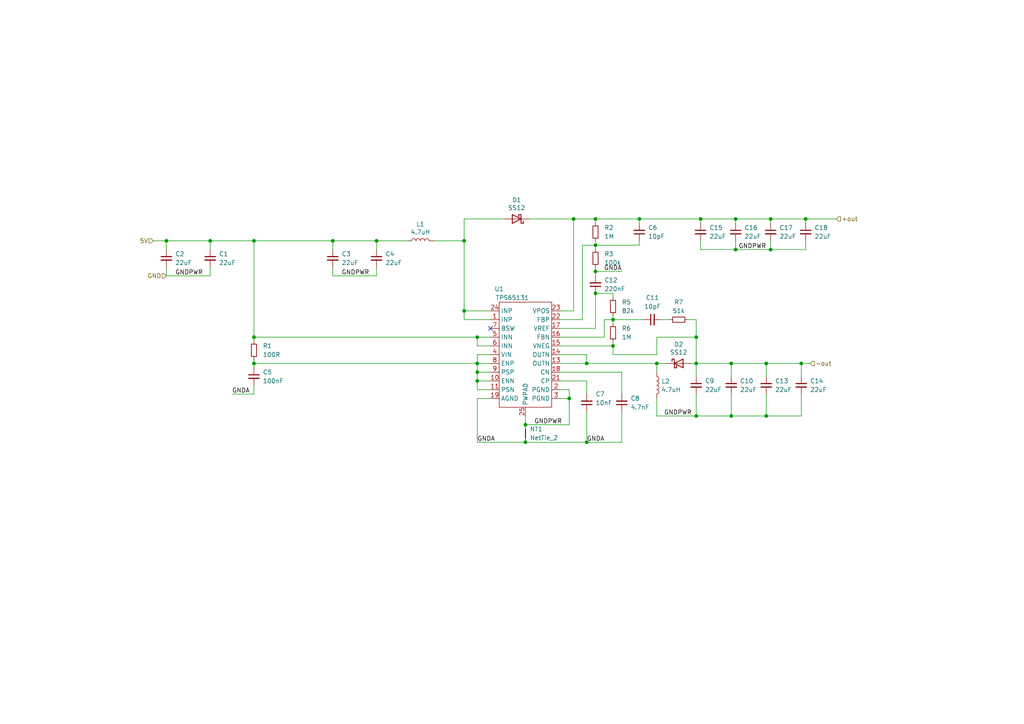
<source format=kicad_sch>
(kicad_sch (version 20230121) (generator eeschema)
  (paper "A4")
  (lib_symbols
    (symbol "Device:C_Small" (pin_numbers hide) (pin_names (offset 0.254) hide)
      (property "Reference" "C" (at 0.254 1.778 0))
      (property "Value" "C_Small" (at 0.254 -2.032 0))
      (symbol "C_Small_0_1"
        (polyline (pts (xy -1.524 -0.508) (xy 1.524 -0.508)) (stroke (width 0.3302)))
        (polyline (pts (xy -1.524 0.508) (xy 1.524 0.508)) (stroke (width 0.3048)))
      )
      (symbol "C_Small_1_1"
        (pin passive line (at 0 2.54 270) (length 2.032) (name "~") (number "1"))
        (pin passive line (at 0 -2.54 90) (length 2.032) (name "~") (number "2"))
      )
    )
    (symbol "Device:D_Schottky" (pin_numbers hide) (pin_names (offset 1.016) hide)
      (property "Reference" "D" (at 0 2.54 0))
      (property "Value" "D_Schottky" (at 0 -2.54 0))
      (symbol "D_Schottky_0_1"
        (polyline (pts (xy 1.27 0) (xy -1.27 0)))
        (polyline (pts (xy 1.27 1.27) (xy 1.27 -1.27) (xy -1.27 0) (xy 1.27 1.27)) (stroke (width 0.254)))
        (polyline (pts (xy -1.905 0.635) (xy -1.905 1.27) (xy -1.27 1.27) (xy -1.27 -1.27) (xy -0.635 -1.27) (xy -0.635 -0.635)) (stroke (width 0.254)))
      )
      (symbol "D_Schottky_1_1"
        (pin passive line (at -3.81 0 0) (length 2.54) (name "K") (number "1"))
        (pin passive line (at 3.81 0 180) (length 2.54) (name "A") (number "2"))
      )
    )
    (symbol "Device:L" (pin_numbers hide) (pin_names (offset 1.016) hide)
      (property "Reference" "L" (at -1.27 0 90))
      (property "Value" "L" (at 1.905 0 90))
      (symbol "L_0_1"
        (arc (start 0 -2.54) (mid 0.6323 -1.905) (end 0 -1.27))
        (arc (start 0 -1.27) (mid 0.6323 -0.635) (end 0 0))
        (arc (start 0 0) (mid 0.6323 0.635) (end 0 1.27))
        (arc (start 0 1.27) (mid 0.6323 1.905) (end 0 2.54))
      )
      (symbol "L_1_1"
        (pin passive line (at 0 3.81 270) (length 1.27) (name "1") (number "1"))
        (pin passive line (at 0 -3.81 90) (length 1.27) (name "2") (number "2"))
      )
    )
    (symbol "Device:NetTie_2" (pin_numbers hide) (pin_names (offset 0) hide) (in_bom no)
      (property "Reference" "NT" (at 0 1.27 0))
      (property "Value" "NetTie_2" (at 0 -1.27 0))
      (symbol "NetTie_2_0_1"
        (polyline (pts (xy -1.27 0) (xy 1.27 0)) (stroke (width 0.254)))
      )
      (symbol "NetTie_2_1_1"
        (pin passive line (at -2.54 0 0) (length 2.54) (name "1") (number "1"))
        (pin passive line (at 2.54 0 180) (length 2.54) (name "2") (number "2"))
      )
    )
    (symbol "Device:R_Small" (pin_numbers hide) (pin_names (offset 0.254) hide)
      (property "Reference" "R" (at 0.762 0.508 0))
      (property "Value" "R_Small" (at 0.762 -1.016 0))
      (symbol "R_Small_0_1"
        (rectangle (start -0.762 1.778) (end 0.762 -1.778) (stroke (width 0.2032)))
      )
      (symbol "R_Small_1_1"
        (pin passive line (at 0 2.54 270) (length 0.762) (name "~") (number "1"))
        (pin passive line (at 0 -2.54 90) (length 0.762) (name "~") (number "2"))
      )
    )
    (symbol "b145:TPS65130/1"
      (property "Reference" "U1" (at -7.62 19.05 0))
      (property "Value" "TPS65131" (at -3.81 16.51 0))
      (symbol "TPS65130/1_0_1"
        (rectangle (start -7.62 15.24) (end 7.62 -15.24))
      )
      (symbol "TPS65130/1_1_1"
        (pin unspecified line (at -10.16 10.16 0) (length 2.54) (name "INP") (number "1"))
        (pin unspecified line (at -10.16 -7.62 0) (length 2.54) (name "ENN") (number "10"))
        (pin unspecified line (at -10.16 -10.16 0) (length 2.54) (name "PSN") (number "11"))
        (pin no_connect line (at -2.54 -17.78 90) (length 2.54) hide (name "NC") (number "12"))
        (pin unspecified line (at 10.16 -2.54 180) (length 2.54) (name "OUTN") (number "13"))
        (pin unspecified line (at 10.16 0 180) (length 2.54) (name "OUTN") (number "14"))
        (pin unspecified line (at 10.16 2.54 180) (length 2.54) (name "VNEG") (number "15"))
        (pin unspecified line (at 10.16 5.08 180) (length 2.54) (name "FBN") (number "16"))
        (pin unspecified line (at 10.16 7.62 180) (length 2.54) (name "VREF") (number "17"))
        (pin unspecified line (at 10.16 -5.08 180) (length 2.54) (name "CN") (number "18"))
        (pin unspecified line (at -10.16 -12.7 0) (length 2.54) (name "AGND") (number "19"))
        (pin unspecified line (at 10.16 -10.16 180) (length 2.54) (name "PGND") (number "2"))
        (pin no_connect line (at 2.54 -17.78 90) (length 2.54) hide (name "NC") (number "20"))
        (pin unspecified line (at 10.16 -7.62 180) (length 2.54) (name "CP") (number "21"))
        (pin unspecified line (at 10.16 10.16 180) (length 2.54) (name "FBP") (number "22"))
        (pin unspecified line (at 10.16 12.7 180) (length 2.54) (name "VPOS") (number "23"))
        (pin unspecified line (at -10.16 12.7 0) (length 2.54) (name "INP") (number "24"))
        (pin unspecified line (at 0 -17.78 90) (length 2.54) (name "PWPAD") (number "25"))
        (pin unspecified line (at 10.16 -12.7 180) (length 2.54) (name "PGND") (number "3"))
        (pin unspecified line (at -10.16 0 0) (length 2.54) (name "VIN") (number "4"))
        (pin unspecified line (at -10.16 5.08 0) (length 2.54) (name "INN") (number "5"))
        (pin unspecified line (at -10.16 2.54 0) (length 2.54) (name "INN") (number "6"))
        (pin unspecified line (at -10.16 7.62 0) (length 2.54) (name "BSW") (number "7"))
        (pin unspecified line (at -10.16 -2.54 0) (length 2.54) (name "ENP") (number "8"))
        (pin unspecified line (at -10.16 -5.08 0) (length 2.54) (name "PSP") (number "9"))
      )
    )
  )
  (junction (at 165.1 115.57))
  (junction (at 138.43 97.79))
  (junction (at 134.62 90.17))
  (junction (at 152.4 123.19))
  (junction (at 170.18 105.41))
  (junction (at 73.66 105.41))
  (junction (at 212.09 105.41))
  (junction (at 190.5 105.41))
  (junction (at 201.93 105.41))
  (junction (at 232.41 105.41))
  (junction (at 222.25 120.65))
  (junction (at 213.36 63.5))
  (junction (at 233.68 63.5))
  (junction (at 201.93 120.65))
  (junction (at 138.43 110.49))
  (junction (at 223.52 63.5))
  (junction (at 109.22 69.85))
  (junction (at 213.36 72.39))
  (junction (at 172.72 78.74))
  (junction (at 73.66 97.79))
  (junction (at 73.66 69.85))
  (junction (at 172.72 71.12))
  (junction (at 152.4 128.27))
  (junction (at 172.72 63.5))
  (junction (at 223.52 72.39))
  (junction (at 166.37 63.5))
  (junction (at 185.42 63.5))
  (junction (at 48.26 69.85))
  (junction (at 222.25 105.41))
  (junction (at 60.96 69.85))
  (junction (at 96.52 69.85))
  (junction (at 203.2 63.5))
  (junction (at 170.18 128.27))
  (junction (at 177.8 92.71))
  (junction (at 201.93 97.79))
  (junction (at 172.72 85.09))
  (junction (at 177.8 100.33))
  (junction (at 134.62 69.85))
  (junction (at 212.09 120.65))
  (junction (at 138.43 107.95))
  (junction (at 138.43 105.41))
  (no_connect (at 142.24 95.25))
  (wire (pts (xy 172.72 77.47) (xy 172.72 78.74)))
  (wire (pts (xy 223.52 69.85) (xy 223.52 72.39)))
  (wire (pts (xy 138.43 105.41) (xy 142.24 105.41)))
  (wire (pts (xy 201.93 105.41) (xy 212.09 105.41)))
  (wire (pts (xy 172.72 85.09) (xy 177.8 85.09)))
  (wire (pts (xy 170.18 119.38) (xy 170.18 128.27)))
  (wire (pts (xy 96.52 69.85) (xy 109.22 69.85)))
  (wire (pts (xy 138.43 110.49) (xy 138.43 113.03)))
  (wire (pts (xy 73.66 97.79) (xy 73.66 99.06)))
  (wire (pts (xy 201.93 97.79) (xy 190.5 97.79)))
  (wire (pts (xy 172.72 71.12) (xy 185.42 71.12)))
  (wire (pts (xy 172.72 69.85) (xy 172.72 71.12)))
  (wire (pts (xy 212.09 105.41) (xy 222.25 105.41)))
  (wire (pts (xy 222.25 105.41) (xy 222.25 109.22)))
  (wire (pts (xy 96.52 69.85) (xy 96.52 72.39)))
  (wire (pts (xy 185.42 63.5) (xy 203.2 63.5)))
  (wire (pts (xy 138.43 107.95) (xy 138.43 110.49)))
  (wire (pts (xy 213.36 63.5) (xy 223.52 63.5)))
  (wire (pts (xy 190.5 115.57) (xy 190.5 120.65)))
  (wire (pts (xy 170.18 102.87) (xy 170.18 105.41)))
  (wire (pts (xy 201.93 92.71) (xy 201.93 97.79)))
  (wire (pts (xy 162.56 115.57) (xy 165.1 115.57)))
  (wire (pts (xy 138.43 105.41) (xy 138.43 107.95)))
  (wire (pts (xy 222.25 114.3) (xy 222.25 120.65)))
  (wire (pts (xy 190.5 97.79) (xy 190.5 102.87)))
  (wire (pts (xy 222.25 105.41) (xy 232.41 105.41)))
  (wire (pts (xy 138.43 115.57) (xy 138.43 128.27)))
  (wire (pts (xy 201.93 105.41) (xy 201.93 109.22)))
  (wire (pts (xy 138.43 128.27) (xy 152.4 128.27)))
  (wire (pts (xy 138.43 102.87) (xy 142.24 102.87)))
  (wire (pts (xy 166.37 90.17) (xy 166.37 63.5)))
  (wire (pts (xy 60.96 69.85) (xy 73.66 69.85)))
  (wire (pts (xy 172.72 78.74) (xy 172.72 80.01)))
  (wire (pts (xy 177.8 91.44) (xy 177.8 92.71)))
  (wire (pts (xy 162.56 97.79) (xy 175.26 97.79)))
  (wire (pts (xy 165.1 113.03) (xy 162.56 113.03)))
  (wire (pts (xy 165.1 115.57) (xy 165.1 123.19)))
  (wire (pts (xy 177.8 85.09) (xy 177.8 86.36)))
  (wire (pts (xy 172.72 78.74) (xy 180.34 78.74)))
  (wire (pts (xy 172.72 95.25) (xy 172.72 85.09)))
  (wire (pts (xy 73.66 69.85) (xy 96.52 69.85)))
  (wire (pts (xy 172.72 71.12) (xy 172.72 72.39)))
  (wire (pts (xy 73.66 69.85) (xy 73.66 97.79)))
  (wire (pts (xy 162.56 100.33) (xy 177.8 100.33)))
  (wire (pts (xy 134.62 63.5) (xy 146.05 63.5)))
  (wire (pts (xy 134.62 90.17) (xy 142.24 90.17)))
  (wire (pts (xy 233.68 63.5) (xy 233.68 64.77)))
  (wire (pts (xy 162.56 102.87) (xy 170.18 102.87)))
  (wire (pts (xy 232.41 105.41) (xy 234.95 105.41)))
  (wire (pts (xy 134.62 90.17) (xy 134.62 69.85)))
  (wire (pts (xy 201.93 120.65) (xy 212.09 120.65)))
  (wire (pts (xy 48.26 80.01) (xy 60.96 80.01)))
  (wire (pts (xy 170.18 128.27) (xy 180.34 128.27)))
  (wire (pts (xy 180.34 119.38) (xy 180.34 128.27)))
  (wire (pts (xy 223.52 63.5) (xy 223.52 64.77)))
  (wire (pts (xy 67.31 114.3) (xy 73.66 114.3)))
  (wire (pts (xy 134.62 69.85) (xy 125.73 69.85)))
  (wire (pts (xy 177.8 92.71) (xy 186.69 92.71)))
  (wire (pts (xy 48.26 69.85) (xy 48.26 72.39)))
  (wire (pts (xy 190.5 105.41) (xy 193.04 105.41)))
  (wire (pts (xy 170.18 110.49) (xy 162.56 110.49)))
  (wire (pts (xy 177.8 92.71) (xy 175.26 92.71)))
  (wire (pts (xy 223.52 63.5) (xy 233.68 63.5)))
  (wire (pts (xy 190.5 102.87) (xy 177.8 102.87)))
  (wire (pts (xy 142.24 92.71) (xy 134.62 92.71)))
  (wire (pts (xy 212.09 105.41) (xy 212.09 109.22)))
  (wire (pts (xy 180.34 107.95) (xy 180.34 114.3)))
  (wire (pts (xy 48.26 69.85) (xy 60.96 69.85)))
  (wire (pts (xy 162.56 95.25) (xy 172.72 95.25)))
  (wire (pts (xy 233.68 69.85) (xy 233.68 72.39)))
  (wire (pts (xy 60.96 80.01) (xy 60.96 77.47)))
  (wire (pts (xy 134.62 69.85) (xy 134.62 63.5)))
  (wire (pts (xy 138.43 113.03) (xy 142.24 113.03)))
  (wire (pts (xy 109.22 69.85) (xy 118.11 69.85)))
  (wire (pts (xy 213.36 63.5) (xy 213.36 64.77)))
  (wire (pts (xy 201.93 105.41) (xy 201.93 97.79)))
  (wire (pts (xy 165.1 113.03) (xy 165.1 115.57)))
  (wire (pts (xy 172.72 71.12) (xy 168.91 71.12)))
  (wire (pts (xy 233.68 63.5) (xy 242.57 63.5)))
  (wire (pts (xy 162.56 105.41) (xy 170.18 105.41)))
  (wire (pts (xy 168.91 71.12) (xy 168.91 92.71)))
  (wire (pts (xy 212.09 114.3) (xy 212.09 120.65)))
  (wire (pts (xy 222.25 120.65) (xy 232.41 120.65)))
  (wire (pts (xy 203.2 63.5) (xy 203.2 64.77)))
  (wire (pts (xy 223.52 72.39) (xy 233.68 72.39)))
  (wire (pts (xy 201.93 114.3) (xy 201.93 120.65)))
  (wire (pts (xy 170.18 105.41) (xy 190.5 105.41)))
  (wire (pts (xy 177.8 92.71) (xy 177.8 93.98)))
  (wire (pts (xy 200.66 105.41) (xy 201.93 105.41)))
  (wire (pts (xy 203.2 69.85) (xy 203.2 72.39)))
  (wire (pts (xy 142.24 100.33) (xy 138.43 100.33)))
  (wire (pts (xy 138.43 110.49) (xy 142.24 110.49)))
  (wire (pts (xy 213.36 69.85) (xy 213.36 72.39)))
  (wire (pts (xy 73.66 105.41) (xy 73.66 106.68)))
  (wire (pts (xy 185.42 69.85) (xy 185.42 71.12)))
  (wire (pts (xy 213.36 72.39) (xy 223.52 72.39)))
  (wire (pts (xy 232.41 105.41) (xy 232.41 109.22)))
  (wire (pts (xy 212.09 120.65) (xy 222.25 120.65)))
  (wire (pts (xy 138.43 102.87) (xy 138.43 105.41)))
  (wire (pts (xy 152.4 120.65) (xy 152.4 123.19)))
  (wire (pts (xy 162.56 90.17) (xy 166.37 90.17)))
  (wire (pts (xy 172.72 63.5) (xy 172.72 64.77)))
  (wire (pts (xy 138.43 97.79) (xy 142.24 97.79)))
  (wire (pts (xy 73.66 104.14) (xy 73.66 105.41)))
  (wire (pts (xy 177.8 100.33) (xy 177.8 99.06)))
  (wire (pts (xy 134.62 92.71) (xy 134.62 90.17)))
  (wire (pts (xy 73.66 97.79) (xy 138.43 97.79)))
  (wire (pts (xy 203.2 63.5) (xy 213.36 63.5)))
  (wire (pts (xy 190.5 120.65) (xy 201.93 120.65)))
  (wire (pts (xy 190.5 107.95) (xy 190.5 105.41)))
  (wire (pts (xy 232.41 114.3) (xy 232.41 120.65)))
  (wire (pts (xy 138.43 100.33) (xy 138.43 97.79)))
  (wire (pts (xy 109.22 69.85) (xy 109.22 72.39)))
  (wire (pts (xy 162.56 92.71) (xy 168.91 92.71)))
  (wire (pts (xy 60.96 69.85) (xy 60.96 72.39)))
  (wire (pts (xy 96.52 80.01) (xy 96.52 77.47)))
  (wire (pts (xy 73.66 114.3) (xy 73.66 111.76)))
  (wire (pts (xy 166.37 63.5) (xy 153.67 63.5)))
  (wire (pts (xy 96.52 80.01) (xy 109.22 80.01)))
  (wire (pts (xy 44.45 69.85) (xy 48.26 69.85)))
  (wire (pts (xy 109.22 80.01) (xy 109.22 77.47)))
  (wire (pts (xy 152.4 128.27) (xy 170.18 128.27)))
  (wire (pts (xy 170.18 114.3) (xy 170.18 110.49)))
  (wire (pts (xy 199.39 92.71) (xy 201.93 92.71)))
  (wire (pts (xy 152.4 123.19) (xy 165.1 123.19)))
  (wire (pts (xy 177.8 102.87) (xy 177.8 100.33)))
  (wire (pts (xy 73.66 105.41) (xy 138.43 105.41)))
  (wire (pts (xy 175.26 92.71) (xy 175.26 97.79)))
  (wire (pts (xy 172.72 63.5) (xy 185.42 63.5)))
  (wire (pts (xy 166.37 63.5) (xy 172.72 63.5)))
  (wire (pts (xy 138.43 107.95) (xy 142.24 107.95)))
  (wire (pts (xy 191.77 92.71) (xy 194.31 92.71)))
  (wire (pts (xy 48.26 80.01) (xy 48.26 77.47)))
  (wire (pts (xy 203.2 72.39) (xy 213.36 72.39)))
  (wire (pts (xy 185.42 63.5) (xy 185.42 64.77)))
  (wire (pts (xy 162.56 107.95) (xy 180.34 107.95)))
  (wire (pts (xy 138.43 115.57) (xy 142.24 115.57)))
  (label "GNDPWR" (at 50.8 80.01 0))
  (label "GNDPWR" (at 154.94 123.19 0))
  (label "GNDA" (at 138.43 128.27 0))
  (label "GNDA" (at 170.18 128.27 0))
  (label "GNDA" (at 67.31 114.3 0))
  (label "GNDA" (at 180.34 78.74 180))
  (label "GNDPWR" (at 200.66 120.65 180))
  (label "GNDPWR" (at 99.06 80.01 0))
  (label "GNDPWR" (at 222.25 72.39 180))
  (hierarchical_label "GND" (shape input) (at 48.26 80.01 180))
  (hierarchical_label "+out" (shape input) (at 242.57 63.5 0))
  (hierarchical_label "5V" (shape input) (at 44.45 69.85 180))
  (hierarchical_label "-out" (shape input) (at 234.95 105.41 0))
  (symbol (lib_id "Device:L") (at 190.5 111.76 0) (unit 1)
    (property "Reference" "L2" (at 191.8208 110.5916 0) (effects (justify left)))
    (property "Value" "4.7uH" (at 191.77 113.03 0) (effects (justify left)))
    (property "Footprint" "Inductor_SMD:L_6.3x6.3_H3" (effects hide))
  )
  (symbol (lib_id "Device:D_Schottky") (at 196.85 105.41 0) (unit 1)
    (property "Reference" "D2" (at 196.85 99.8982 0))
    (property "Value" "SS12" (at 196.85 102.2096 0))
    (property "Footprint" "Diode_SMD:D_SMA" (effects hide))
  )
  (symbol (lib_id "Device:C_Small") (at 180.34 116.84 180) (unit 1)
    (property "Reference" "C8" (at 182.88 115.5636 0) (effects (justify right)))
    (property "Value" "4.7nF" (at 182.88 118.1036 0) (effects (justify right)))
    (property "Footprint" "Capacitor_SMD:C_0402_1005Metric" (effects hide))
  )
  (symbol (lib_id "Device:C_Small") (at 222.25 111.76 0) (unit 1)
    (property "Reference" "C13" (at 224.79 110.4963 0) (effects (justify left)))
    (property "Value" "22uF" (at 224.79 113.0363 0) (effects (justify left)))
    (property "Footprint" "Capacitor_SMD:C_0805_2012Metric" (effects hide))
  )
  (symbol (lib_id "Device:C_Small") (at 172.72 82.55 180) (unit 1)
    (property "Reference" "C12" (at 175.26 81.2736 0) (effects (justify right)))
    (property "Value" "220nF" (at 175.26 83.8136 0) (effects (justify right)))
    (property "Footprint" "Capacitor_SMD:C_0402_1005Metric" (effects hide))
  )
  (symbol (lib_id "Device:R_Small") (at 177.8 96.52 0) (unit 1)
    (property "Reference" "R6" (at 180.34 95.25 0) (effects (justify left)))
    (property "Value" "1M" (at 180.34 97.79 0) (effects (justify left)))
    (property "Footprint" "Resistor_SMD:R_0402_1005Metric" (effects hide))
  )
  (symbol (lib_id "Device:D_Schottky") (at 149.86 63.5 180) (unit 1)
    (property "Reference" "D1" (at 149.86 57.9882 0))
    (property "Value" "SS12" (at 149.86 60.2996 0))
    (property "Footprint" "Diode_SMD:D_SMA" (effects hide))
  )
  (symbol (lib_id "Device:C_Small") (at 109.22 74.93 0) (unit 1)
    (property "Reference" "C4" (at 111.76 73.6663 0) (effects (justify left)))
    (property "Value" "22uF" (at 111.76 76.2063 0) (effects (justify left)))
    (property "Footprint" "Capacitor_SMD:C_0805_2012Metric" (effects hide))
  )
  (symbol (lib_id "Device:L") (at 121.92 69.85 90) (unit 1)
    (property "Reference" "L1" (at 121.92 65.024 90))
    (property "Value" "4.7uH" (at 121.92 67.3354 90))
    (property "Footprint" "Inductor_SMD:L_6.3x6.3_H3" (effects hide))
  )
  (symbol (lib_id "Device:C_Small") (at 170.18 116.84 180) (unit 1)
    (property "Reference" "C7" (at 172.72 114.3 0) (effects (justify right)))
    (property "Value" "10nF" (at 172.72 116.84 0) (effects (justify right)))
    (property "Footprint" "Capacitor_SMD:C_0402_1005Metric" (effects hide))
  )
  (symbol (lib_id "Device:C_Small") (at 48.26 74.93 0) (unit 1)
    (property "Reference" "C2" (at 50.8 73.6663 0) (effects (justify left)))
    (property "Value" "22uF" (at 50.8 76.2063 0) (effects (justify left)))
    (property "Footprint" "Capacitor_SMD:C_0805_2012Metric" (effects hide))
  )
  (symbol (lib_id "Device:NetTie_2") (at 152.4 125.73 90) (unit 1) (in_bom no)
    (property "Reference" "NT1" (at 153.67 124.46 90) (effects (justify right)))
    (property "Value" "NetTie_2" (at 153.67 127 90) (effects (justify right)))
    (property "Footprint" "NetTie:NetTie-2_SMD_Pad0.5mm" (effects hide))
  )
  (symbol (lib_id "Device:R_Small") (at 172.72 74.93 0) (unit 1)
    (property "Reference" "R3" (at 175.26 73.66 0) (effects (justify left)))
    (property "Value" "100k" (at 175.26 76.2 0) (effects (justify left)))
    (property "Footprint" "Resistor_SMD:R_0402_1005Metric" (effects hide))
  )
  (symbol (lib_id "Device:C_Small") (at 223.52 67.31 0) (unit 1)
    (property "Reference" "C17" (at 226.06 66.0463 0) (effects (justify left)))
    (property "Value" "22uF" (at 226.06 68.5863 0) (effects (justify left)))
    (property "Footprint" "Capacitor_SMD:C_0805_2012Metric" (effects hide))
  )
  (symbol (lib_id "Device:R_Small") (at 73.66 101.6 0) (unit 1)
    (property "Reference" "R1" (at 76.2 100.33 0) (effects (justify left)))
    (property "Value" "100R" (at 76.2 102.87 0) (effects (justify left)))
    (property "Footprint" "Resistor_SMD:R_0603_1608Metric" (effects hide))
  )
  (symbol (lib_id "Device:C_Small") (at 189.23 92.71 90) (unit 1)
    (property "Reference" "C11" (at 189.2363 86.36 90))
    (property "Value" "10pF" (at 189.2363 88.9 90))
    (property "Footprint" "Capacitor_SMD:C_0402_1005Metric" (effects hide))
  )
  (symbol (lib_id "Device:C_Small") (at 212.09 111.76 0) (unit 1)
    (property "Reference" "C10" (at 214.63 110.4963 0) (effects (justify left)))
    (property "Value" "22uF" (at 214.63 113.0363 0) (effects (justify left)))
    (property "Footprint" "Capacitor_SMD:C_0805_2012Metric" (effects hide))
  )
  (symbol (lib_id "Device:R_Small") (at 196.85 92.71 90) (unit 1)
    (property "Reference" "R7" (at 196.85 87.63 90))
    (property "Value" "51k" (at 196.85 90.17 90))
    (property "Footprint" "Resistor_SMD:R_0402_1005Metric" (effects hide))
  )
  (symbol (lib_id "Device:C_Small") (at 185.42 67.31 180) (unit 1)
    (property "Reference" "C6" (at 187.96 66.0336 0) (effects (justify right)))
    (property "Value" "10pF" (at 187.96 68.5736 0) (effects (justify right)))
    (property "Footprint" "Capacitor_SMD:C_0402_1005Metric" (effects hide))
  )
  (symbol (lib_id "Device:C_Small") (at 213.36 67.31 0) (unit 1)
    (property "Reference" "C16" (at 215.9 66.0463 0) (effects (justify left)))
    (property "Value" "22uF" (at 215.9 68.5863 0) (effects (justify left)))
    (property "Footprint" "Capacitor_SMD:C_0805_2012Metric" (effects hide))
  )
  (symbol (lib_id "Device:R_Small") (at 172.72 67.31 0) (unit 1)
    (property "Reference" "R2" (at 175.26 66.04 0) (effects (justify left)))
    (property "Value" "1M" (at 175.26 68.58 0) (effects (justify left)))
    (property "Footprint" "Resistor_SMD:R_0402_1005Metric" (effects hide))
  )
  (symbol (lib_id "Device:C_Small") (at 203.2 67.31 0) (unit 1)
    (property "Reference" "C15" (at 205.74 66.0463 0) (effects (justify left)))
    (property "Value" "22uF" (at 205.74 68.5863 0) (effects (justify left)))
    (property "Footprint" "Capacitor_SMD:C_0805_2012Metric" (effects hide))
  )
  (symbol (lib_id "Device:C_Small") (at 60.96 74.93 0) (unit 1)
    (property "Reference" "C1" (at 63.5 73.6663 0) (effects (justify left)))
    (property "Value" "22uF" (at 63.5 76.2063 0) (effects (justify left)))
    (property "Footprint" "Capacitor_SMD:C_0805_2012Metric" (effects hide))
  )
  (symbol (lib_id "Device:C_Small") (at 232.41 111.76 0) (unit 1)
    (property "Reference" "C14" (at 234.95 110.4963 0) (effects (justify left)))
    (property "Value" "22uF" (at 234.95 113.0363 0) (effects (justify left)))
    (property "Footprint" "Capacitor_SMD:C_0805_2012Metric" (effects hide))
  )
  (symbol (lib_id "b145:TPS65130/1") (at 152.4 102.87 0) (unit 1)
    (property "Reference" "U1" (at 144.78 83.82 0))
    (property "Value" "TPS65131" (at 148.59 86.36 0))
    (property "Footprint" "Package_DFN_QFN:VQFN-24-1EP_4x4mm_P0.5mm_EP2.45x2.45mm_ThermalVias" (effects hide))
    (property "Datasheet" "https://www.ti.com/lit/gpn/tps65131" (effects hide))
  )
  (symbol (lib_id "Device:C_Small") (at 201.93 111.76 0) (unit 1)
    (property "Reference" "C9" (at 204.47 110.4963 0) (effects (justify left)))
    (property "Value" "22uF" (at 204.47 113.0363 0) (effects (justify left)))
    (property "Footprint" "Capacitor_SMD:C_0805_2012Metric" (effects hide))
  )
  (symbol (lib_id "Device:C_Small") (at 233.68 67.31 0) (unit 1)
    (property "Reference" "C18" (at 236.22 66.0463 0) (effects (justify left)))
    (property "Value" "22uF" (at 236.22 68.5863 0) (effects (justify left)))
    (property "Footprint" "Capacitor_SMD:C_0805_2012Metric" (effects hide))
  )
  (symbol (lib_id "Device:C_Small") (at 73.66 109.22 0) (unit 1)
    (property "Reference" "C5" (at 76.2 107.9563 0) (effects (justify left)))
    (property "Value" "100nF" (at 76.2 110.4963 0) (effects (justify left)))
    (property "Footprint" "Capacitor_SMD:C_0402_1005Metric" (effects hide))
  )
  (symbol (lib_id "Device:C_Small") (at 96.52 74.93 0) (unit 1)
    (property "Reference" "C3" (at 99.06 73.6663 0) (effects (justify left)))
    (property "Value" "22uF" (at 99.06 76.2063 0) (effects (justify left)))
    (property "Footprint" "Capacitor_SMD:C_0805_2012Metric" (effects hide))
  )
  (symbol (lib_id "Device:R_Small") (at 177.8 88.9 0) (unit 1)
    (property "Reference" "R5" (at 180.34 87.63 0) (effects (justify left)))
    (property "Value" "82k" (at 180.34 90.17 0) (effects (justify left)))
    (property "Footprint" "Resistor_SMD:R_0402_1005Metric" (effects hide))
  )
)
</source>
